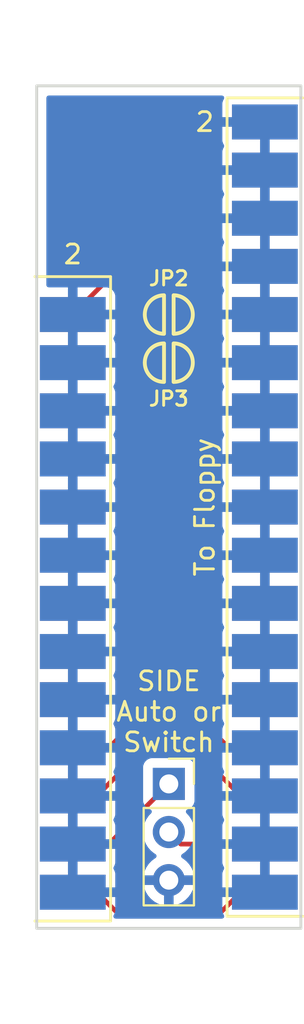
<source format=kicad_pcb>
(kicad_pcb (version 20211014) (generator pcbnew)
  (title_block (title "CPC2Gotek") (date "2018-04-10") (rev "0.2") (company "FLACO 2018, licence of this schematic is CC-BY-NC-SA") (comment 1 "Connect a 34 pin floppy drive to a 26 pin Amstrad CPC internal connector"))
  (layers (0 "F.Cu" signal) (31 "B.Cu" signal) (34 "B.Paste" user) (35 "F.Paste" user) (36 "B.SilkS" user "B.Silkscreen") (37 "F.SilkS" user "F.Silkscreen") (38 "B.Mask" user) (39 "F.Mask" user) (44 "Edge.Cuts" user))
  (net 0 "")
  (net 1 "GND")
  (net 2 "INDEX")
  (net 3 "DS0")
  (net 4 "MTRON")
  (net 5 "DIR")
  (net 6 "STEP")
  (net 7 "WDATA")
  (net 8 "WE")
  (net 9 "TRK")
  (net 10 "WP")
  (net 11 "RDDATA")
  (net 12 "SIDE")
  (net 13 "READY")
  (net 14 "Net-(J2-Pad32)")
  (footprint "Sassa:Pin_Header_2x13_Male_EdgeMount_Pitch2.54mm" (layer "F.Cu") (at 164.465 104.775 -90)
    (fp_text reference "J1" hide)
    (fp_text value "To CPC")
    (fp_line (start -2 2) (end -2 -2) (layer "F.SilkS") (width 0.15))
    (fp_line (start 32 -2) (end 32 2) (layer "F.SilkS") (width 0.15))
    (fp_line (start -2 -2) (end 32 -2) (layer "F.SilkS") (width 0.15))
    (pad "1" smd rect locked (at 0 0 270) (size 1.846667 3.48) (layers "B.Cu" "B.Paste" "B.Mask") (net 1 "GND"))
    (pad "2" smd rect locked (at 0 0 270) (size 1.846667 3.48) (layers "F.Cu" "F.Paste" "F.Mask") (net 2 "INDEX"))
    (pad "3" smd rect locked (at 2.54 0 270) (size 1.846667 3.48) (layers "B.Cu" "B.Paste" "B.Mask") (net 1 "GND"))
    (pad "4" smd rect locked (at 2.54 0 270) (size 1.846667 3.48) (layers "F.Cu" "F.Paste" "F.Mask") (net 3 "DS0"))
    (pad "5" smd rect locked (at 5.08 0 270) (size 1.846667 3.48) (layers "B.Cu" "B.Paste" "B.Mask") (net 1 "GND"))
    (pad "6" smd rect locked (at 5.08 0 270) (size 1.846667 3.48) (layers "F.Cu" "F.Paste" "F.Mask"))
    (pad "7" smd rect locked (at 7.62 0 270) (size 1.846667 3.48) (layers "B.Cu" "B.Paste" "B.Mask") (net 1 "GND"))
    (pad "8" smd rect locked (at 7.62 0 270) (size 1.846667 3.48) (layers "F.Cu" "F.Paste" "F.Mask") (net 4 "MTRON"))
    (pad "9" smd rect locked (at 10.16 0 270) (size 1.846667 3.48) (layers "B.Cu" "B.Paste" "B.Mask") (net 1 "GND"))
    (pad "10" smd rect locked (at 10.16 0 270) (size 1.846667 3.48) (layers "F.Cu" "F.Paste" "F.Mask") (net 5 "DIR"))
    (pad "11" smd rect locked (at 12.7 0 270) (size 1.846667 3.48) (layers "B.Cu" "B.Paste" "B.Mask") (net 1 "GND"))
    (pad "12" smd rect locked (at 12.7 0 270) (size 1.846667 3.48) (layers "F.Cu" "F.Paste" "F.Mask") (net 6 "STEP"))
    (pad "13" smd rect locked (at 15.24 0 270) (size 1.846667 3.48) (layers "B.Cu" "B.Paste" "B.Mask") (net 1 "GND"))
    (pad "14" smd rect locked (at 15.24 0 270) (size 1.846667 3.48) (layers "F.Cu" "F.Paste" "F.Mask") (net 7 "WDATA"))
    (pad "15" smd rect locked (at 17.78 0 270) (size 1.846667 3.48) (layers "B.Cu" "B.Paste" "B.Mask") (net 1 "GND"))
    (pad "16" smd rect locked (at 17.78 0 270) (size 1.846667 3.48) (layers "F.Cu" "F.Paste" "F.Mask") (net 8 "WE"))
    (pad "17" smd rect locked (at 20.32 0 270) (size 1.846667 3.48) (layers "B.Cu" "B.Paste" "B.Mask") (net 1 "GND"))
    (pad "18" smd rect locked (at 20.32 0 270) (size 1.846667 3.48) (layers "F.Cu" "F.Paste" "F.Mask") (net 9 "TRK"))
    (pad "19" smd rect locked (at 22.86 0 270) (size 1.846667 3.48) (layers "B.Cu" "B.Paste" "B.Mask") (net 1 "GND"))
    (pad "20" smd rect locked (at 22.86 0 270) (size 1.846667 3.48) (layers "F.Cu" "F.Paste" "F.Mask") (net 10 "WP"))
    (pad "21" smd rect locked (at 25.4 0 270) (size 1.846667 3.48) (layers "B.Cu" "B.Paste" "B.Mask") (net 1 "GND"))
    (pad "22" smd rect locked (at 25.4 0 270) (size 1.846667 3.48) (layers "F.Cu" "F.Paste" "F.Mask") (net 11 "RDDATA"))
    (pad "23" smd rect locked (at 27.94 0 270) (size 1.846667 3.48) (layers "B.Cu" "B.Paste" "B.Mask") (net 1 "GND"))
    (pad "24" smd rect locked (at 27.94 0 270) (size 1.846667 3.48) (layers "F.Cu" "F.Paste" "F.Mask") (net 12 "SIDE"))
    (pad "25" smd rect locked (at 30.48 0 270) (size 1.846667 3.48) (layers "B.Cu" "B.Paste" "B.Mask") (net 1 "GND"))
    (pad "26" smd rect locked (at 30.48 0 270) (size 1.846667 3.48) (layers "F.Cu" "F.Paste" "F.Mask") (net 13 "READY"))
  )
  (footprint "Sassa:Pin_Header_2x17_Female_EdgeMount_Pitch2.54mm" (layer "F.Cu") (at 174.625 135.255 90)
    (fp_text reference "J2" hide)
    (fp_text value "To Floppy" (at 20.32 -3.175 90) (layer "F.SilkS"))
    (fp_line (start 41.91 2) (end 41.91 -2) (layer "F.SilkS") (width 0.15))
    (fp_line (start -1.27 2) (end -1.27 -2) (layer "F.SilkS") (width 0.15))
    (fp_line (start 41.91 -2) (end -1.27 -2) (layer "F.SilkS") (width 0.15))
    (pad "1" smd rect (at 40.64 0 90) (size 1.846667 3.48) (layers "B.Cu" "B.Paste" "B.Mask") (net 1 "GND"))
    (pad "2" smd rect (at 40.64 0 90) (size 1.846667 3.48) (layers "F.Cu" "F.Paste" "F.Mask"))
    (pad "3" smd rect (at 38.1 0 90) (size 1.846667 3.48) (layers "B.Cu" "B.Paste" "B.Mask") (net 1 "GND"))
    (pad "4" smd rect (at 38.1 0 90) (size 1.846667 3.48) (layers "F.Cu" "F.Paste" "F.Mask"))
    (pad "5" smd rect (at 35.56 0 90) (size 1.846667 3.48) (layers "B.Cu" "B.Paste" "B.Mask") (net 1 "GND"))
    (pad "6" smd rect (at 35.56 0 90) (size 1.846667 3.48) (layers "F.Cu" "F.Paste" "F.Mask"))
    (pad "7" smd rect (at 33.02 0 90) (size 1.846667 3.48) (layers "B.Cu" "B.Paste" "B.Mask") (net 1 "GND"))
    (pad "8" smd rect (at 33.02 0 90) (size 1.846667 3.48) (layers "F.Cu" "F.Paste" "F.Mask") (net 2 "INDEX"))
    (pad "9" smd rect (at 30.48 0 90) (size 1.846667 3.48) (layers "B.Cu" "B.Paste" "B.Mask") (net 1 "GND"))
    (pad "10" smd rect (at 30.48 0 90) (size 1.846667 3.48) (layers "F.Cu" "F.Paste" "F.Mask") (net 3 "DS0"))
    (pad "11" smd rect (at 27.94 0 90) (size 1.846667 3.48) (layers "B.Cu" "B.Paste" "B.Mask") (net 1 "GND"))
    (pad "12" smd rect (at 27.94 0 90) (size 1.846667 3.48) (layers "F.Cu" "F.Paste" "F.Mask") (net 3 "DS0"))
    (pad "13" smd rect (at 25.4 0 90) (size 1.846667 3.48) (layers "B.Cu" "B.Paste" "B.Mask") (net 1 "GND"))
    (pad "14" smd rect (at 25.4 0 90) (size 1.846667 3.48) (layers "F.Cu" "F.Paste" "F.Mask"))
    (pad "15" smd rect (at 22.86 0 90) (size 1.846667 3.48) (layers "B.Cu" "B.Paste" "B.Mask") (net 1 "GND"))
    (pad "16" smd rect (at 22.86 0 90) (size 1.846667 3.48) (layers "F.Cu" "F.Paste" "F.Mask") (net 4 "MTRON"))
    (pad "17" smd rect (at 20.32 0 90) (size 1.846667 3.48) (layers "B.Cu" "B.Paste" "B.Mask") (net 1 "GND"))
    (pad "18" smd rect (at 20.32 0 90) (size 1.846667 3.48) (layers "F.Cu" "F.Paste" "F.Mask") (net 5 "DIR"))
    (pad "19" smd rect (at 17.78 0 90) (size 1.846667 3.48) (layers "B.Cu" "B.Paste" "B.Mask") (net 1 "GND"))
    (pad "20" smd rect (at 17.78 0 90) (size 1.846667 3.48) (layers "F.Cu" "F.Paste" "F.Mask") (net 6 "STEP"))
    (pad "21" smd rect (at 15.24 0 90) (size 1.846667 3.48) (layers "B.Cu" "B.Paste" "B.Mask") (net 1 "GND"))
    (pad "22" smd rect (at 15.24 0 90) (size 1.846667 3.48) (layers "F.Cu" "F.Paste" "F.Mask") (net 7 "WDATA"))
    (pad "23" smd rect (at 12.7 0 90) (size 1.846667 3.48) (layers "B.Cu" "B.Paste" "B.Mask") (net 1 "GND"))
    (pad "24" smd rect (at 12.7 0 90) (size 1.846667 3.48) (layers "F.Cu" "F.Paste" "F.Mask") (net 8 "WE"))
    (pad "25" smd rect (at 10.16 0 90) (size 1.846667 3.48) (layers "B.Cu" "B.Paste" "B.Mask") (net 1 "GND"))
    (pad "26" smd rect (at 10.16 0 90) (size 1.846667 3.48) (layers "F.Cu" "F.Paste" "F.Mask") (net 9 "TRK"))
    (pad "27" smd rect (at 7.62 0 90) (size 1.846667 3.48) (layers "B.Cu" "B.Paste" "B.Mask") (net 1 "GND"))
    (pad "28" smd rect (at 7.62 0 90) (size 1.846667 3.48) (layers "F.Cu" "F.Paste" "F.Mask") (net 10 "WP"))
    (pad "29" smd rect (at 5.08 0 90) (size 1.846667 3.48) (layers "B.Cu" "B.Paste" "B.Mask") (net 1 "GND"))
    (pad "30" smd rect (at 5.08 0 90) (size 1.846667 3.48) (layers "F.Cu" "F.Paste" "F.Mask") (net 11 "RDDATA"))
    (pad "31" smd rect (at 2.54 0 90) (size 1.846667 3.48) (layers "B.Cu" "B.Paste" "B.Mask") (net 1 "GND"))
    (pad "32" smd rect (at 2.54 0 90) (size 1.846667 3.48) (layers "F.Cu" "F.Paste" "F.Mask") (net 14 "Net-(J2-Pad32)"))
    (pad "33" smd rect (at 0 0 90) (size 1.846667 3.48) (layers "B.Cu" "B.Paste" "B.Mask") (net 1 "GND"))
    (pad "34" smd rect (at 0 0 90) (size 1.846667 3.48) (layers "F.Cu" "F.Paste" "F.Mask") (net 13 "READY"))
  )
  (footprint "Connector_PinSocket_2.54mm:PinSocket_1x03_P2.54mm_Vertical" (layer "F.Cu") (at 169.545 129.54)
    (fp_text reference "SW1" hide)
    (fp_text value "SIDE")
    (fp_line (start 1.33 1.27) (end 1.33 6.41) (layer "F.SilkS") (width 0.12))
    (fp_line (start 0 -1.33) (end 1.33 -1.33) (layer "F.SilkS") (width 0.12))
    (fp_line (start -1.33 6.41) (end 1.33 6.41) (layer "F.SilkS") (width 0.12))
    (fp_line (start 1.33 -1.33) (end 1.33 0) (layer "F.SilkS") (width 0.12))
    (fp_line (start -1.33 1.27) (end -1.33 6.41) (layer "F.SilkS") (width 0.12))
    (fp_line (start -1.33 1.27) (end 1.33 1.27) (layer "F.SilkS") (width 0.12))
    (pad "1" thru_hole rect (at 0 0) (size 1.7 1.7) (drill 1) (layers *.Cu *.Mask) (net 12 "SIDE"))
    (pad "2" thru_hole oval (at 0 2.54) (size 1.7 1.7) (drill 1) (layers *.Cu *.Mask) (net 14 "Net-(J2-Pad32)"))
    (pad "3" thru_hole oval (at 0 5.08) (size 1.7 1.7) (drill 1) (layers *.Cu *.Mask) (net 1 "GND"))
  )
  (footprint "Sassa:SOLDER-JUMPER_1-WAY-CLOSED" (layer "F.Cu") (at 169.545 104.775)
    (fp_text reference "JP2" (at 0 -1.905) (layer "F.SilkS") (effects (font (size 0.762 0.762) (thickness 0.1524))))
    (fp_text value "DS0" hide)
    (fp_line (start 0.254 1.016) (end 0.254 -1.016) (layer "F.SilkS") (width 0.2032))
    (fp_line (start -0.254 -1.016) (end -0.254 1.016) (layer "F.SilkS") (width 0.2032))
    (fp_arc (start -0.254 1.016) (mid -0.97242 0.71842) (end -1.27 0) (layer "F.SilkS") (width 0.2032))
    (fp_arc (start 1.27 0) (mid 0.97242 0.71842) (end 0.254 1.016) (layer "F.SilkS") (width 0.2032))
    (fp_arc (start 0.254 -1.016) (mid 0.97242 -0.71842) (end 1.27 0) (layer "F.SilkS") (width 0.2032))
    (fp_arc (start -1.27 0) (mid -0.97242 -0.71842) (end -0.254 -1.016) (layer "F.SilkS") (width 0.2032))
    (pad "1" smd rect locked (at -0.65 0) (size 1 1) (layers "F.Cu" "F.Paste" "F.Mask") (net 3 "DS0"))
    (pad "2" smd rect locked (at 0.65 0) (size 1 1) (layers "F.Cu" "F.Paste" "F.Mask") (net 3 "DS0"))
  )
  (footprint "Sassa:SOLDER-JUMPER_1-WAY-CLOSED" (layer "F.Cu") (at 169.545 107.315)
    (fp_text reference "JP3" (at 0 1.905) (layer "F.SilkS") (effects (font (size 0.762 0.762) (thickness 0.1524))))
    (fp_text value "DS1" hide)
    (fp_line (start -0.254 -1.016) (end -0.254 1.016) (layer "F.SilkS") (width 0.2032))
    (fp_line (start 0.254 1.016) (end 0.254 -1.016) (layer "F.SilkS") (width 0.2032))
    (fp_arc (start -1.27 0) (mid -0.97242 -0.71842) (end -0.254 -1.016) (layer "F.SilkS") (width 0.2032))
    (fp_arc (start -0.254 1.016) (mid -0.97242 0.71842) (end -1.27 0) (layer "F.SilkS") (width 0.2032))
    (fp_arc (start 1.27 0) (mid 0.97242 0.71842) (end 0.254 1.016) (layer "F.SilkS") (width 0.2032))
    (fp_arc (start 0.254 -1.016) (mid 0.97242 -0.71842) (end 1.27 0) (layer "F.SilkS") (width 0.2032))
    (pad "1" smd rect locked (at -0.65 0) (size 1 1) (layers "F.Cu" "F.Paste" "F.Mask") (net 3 "DS0"))
    (pad "2" smd rect locked (at 0.65 0) (size 1 1) (layers "F.Cu" "F.Paste" "F.Mask") (net 3 "DS0"))
  )
  (gr_line (start 162.56 137.16) (end 176.53 137.16) (layer "Edge.Cuts") (width 0.15))
  (gr_line (start 162.56 92.71) (end 162.56 137.16) (layer "Edge.Cuts") (width 0.15))
  (gr_line (start 176.53 137.16) (end 176.53 92.71) (layer "Edge.Cuts") (width 0.15))
  (gr_line (start 176.53 92.71) (end 162.56 92.71) (layer "Edge.Cuts") (width 0.15))
  (gr_text "2" (at 171.45 94.615) (layer "F.SilkS") (effects (font (size 1 1))))
  (gr_text "SIDE\nAuto or\nSwitch" (at 169.545 125.73) (layer "F.SilkS") (effects (font (size 1 1))))
  (gr_text "2" (at 164.465 101.6) (layer "F.SilkS") (effects (font (size 1 1))))
  (segment (start 167.005 102.235) (end 164.465 104.775) (width 0.25) (layer "F.Cu") (net 2))
  (segment (start 174.625 102.235) (end 167.005 102.235) (width 0.25) (layer "F.Cu") (net 2))
  (segment (start 170.195 104.775) (end 168.895 104.775) (width 0.25) (layer "F.Cu") (net 3))
  (segment (start 164.465 107.315) (end 168.905 107.315) (width 0.25) (layer "F.Cu") (net 3))
  (segment (start 170.185 107.315) (end 174.625 107.315) (width 0.25) (layer "F.Cu") (net 3))
  (segment (start 170.195 107.315) (end 168.895 107.315) (width 0.25) (layer "F.Cu") (net 3))
  (segment (start 170.185 104.775) (end 174.625 104.775) (width 0.25) (layer "F.Cu") (net 3))
  (segment (start 168.905 107.315) (end 168.905 104.775) (width 0.25) (layer "F.Cu") (net 3))
  (segment (start 164.465 112.395) (end 174.625 112.395) (width 0.25) (layer "F.Cu") (net 4))
  (segment (start 164.465 114.935) (end 174.625 114.935) (width 0.25) (layer "F.Cu") (net 5))
  (segment (start 164.465 117.475) (end 174.625 117.475) (width 0.25) (layer "F.Cu") (net 6))
  (segment (start 164.465 120.015) (end 174.625 120.015) (width 0.25) (layer "F.Cu") (net 7))
  (segment (start 164.465 122.555) (end 174.625 122.555) (width 0.25) (layer "F.Cu") (net 8))
  (segment (start 164.465 125.095) (end 174.625 125.095) (width 0.25) (layer "F.Cu") (net 9))
  (segment (start 172.72 127.635) (end 171.45 126.365) (width 0.25) (layer "F.Cu") (net 10))
  (segment (start 171.45 126.365) (end 167.64 126.365) (width 0.25) (layer "F.Cu") (net 10))
  (segment (start 167.64 126.365) (end 166.37 127.635) (width 0.25) (layer "F.Cu") (net 10))
  (segment (start 166.37 127.635) (end 164.465 127.635) (width 0.25) (layer "F.Cu") (net 10))
  (segment (start 174.625 127.635) (end 172.72 127.635) (width 0.25) (layer "F.Cu") (net 10))
  (segment (start 165.735 130.175) (end 168.275 127.635) (width 0.25) (layer "F.Cu") (net 11))
  (segment (start 168.275 127.635) (end 170.815 127.635) (width 0.25) (layer "F.Cu") (net 11))
  (segment (start 170.815 127.635) (end 173.355 130.175) (width 0.25) (layer "F.Cu") (net 11))
  (segment (start 173.355 130.175) (end 174.625 130.175) (width 0.25) (layer "F.Cu") (net 11))
  (segment (start 164.465 130.175) (end 165.735 130.175) (width 0.25) (layer "F.Cu") (net 11))
  (segment (start 166.37 132.715) (end 169.545 129.54) (width 0.25) (layer "F.Cu") (net 12))
  (segment (start 164.465 132.715) (end 166.37 132.715) (width 0.25) (layer "F.Cu") (net 12))
  (segment (start 165.735 135.255) (end 167.005 136.525) (width 0.25) (layer "F.Cu") (net 13))
  (segment (start 167.005 136.525) (end 172.085 136.525) (width 0.25) (layer "F.Cu") (net 13))
  (segment (start 172.085 136.525) (end 173.355 135.255) (width 0.25) (layer "F.Cu") (net 13))
  (segment (start 173.355 135.255) (end 174.625 135.255) (width 0.25) (layer "F.Cu") (net 13))
  (segment (start 164.465 135.255) (end 165.735 135.255) (width 0.25) (layer "F.Cu") (net 13))
  (segment (start 170.18 132.715) (end 169.545 132.08) (width 0.25) (layer "F.Cu") (net 14))
  (segment (start 174.625 132.715) (end 170.18 132.715) (width 0.25) (layer "F.Cu") (net 14))
  (zone (net 1) (net_name "GND") (layer "B.Cu") (connect_pads (clearance 0.508)) (min_thickness 0.254) (fill yes (thermal_gap 0.508) (thermal_bridge_width 0.508))
    (polygon (pts (xy 176.53 137.16) (xy 162.56 137.16) (xy 162.56 92.71) (xy 176.53 92.71)))
  )
)
</source>
